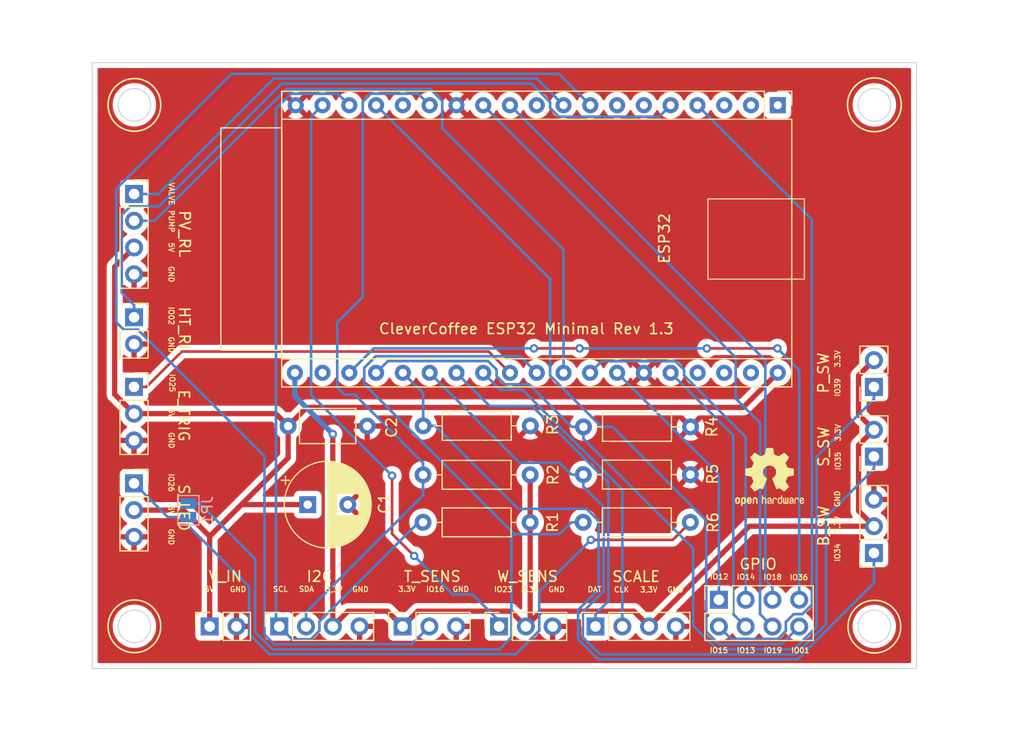
<source format=kicad_pcb>
(kicad_pcb (version 20211014) (generator pcbnew)
  (layers (0 "F.Cu" signal) (31 "B.Cu" signal) (34 "B.Paste" user) (35 "F.Paste" user) (36 "B.SilkS" user "B.Silkscreen") (37 "F.SilkS" user "F.Silkscreen") (38 "B.Mask" user) (39 "F.Mask" user) (44 "Edge.Cuts" user))
  (net 0 "")
  (net 1 "IO16")
  (net 2 "+3V3")
  (net 3 "GND")
  (net 4 "TDO")
  (net 5 "IO2")
  (net 6 "IO34")
  (net 7 "IO4")
  (net 9 "IO5")
  (net 10 "IO19")
  (net 11 "SDA")
  (net 12 "IO18")
  (net 13 "IO3")
  (net 14 "SCL")
  (net 15 "IO36")
  (net 16 "RST")
  (net 17 "IO1")
  (net 18 "IO39")
  (net 19 "IO35")
  (net 20 "IO25")
  (net 21 "IO26")
  (net 22 "TMS")
  (net 23 "TDI")
  (net 24 "TCK")
  (net 25 "+5V")
  (net 26 "IO23")
  (net 33 "VALVE")
  (net 34 "DAT")
  (net 35 "CLK")
  (net 36 "PUMP")
  (net 37 "Net-(JP1-Pad1)")
  (footprint "Connector_PinSocket_2.54mm:PinSocket_1x02_P2.54mm_Vertical" (layer "F.Cu") (at 103.77 99.16)
    (fp_text reference "HT_RL" (at 4.77 1.19 270 unlocked) (layer "F.SilkS"))
    (fp_text value "Conn_01x02")
    (pad "1" thru_hole rect locked (at 0 0) (size 1.7 1.7) (drill 1) (layers *.Cu *.Mask) (net 5 "IO2"))
    (pad "2" thru_hole oval locked (at 0 2.54) (size 1.7 1.7) (drill 1) (layers *.Cu *.Mask) (net 3 "GND"))
  )
  (footprint "Connector_PinSocket_2.54mm:PinSocket_1x02_P2.54mm_Vertical" (layer "F.Cu") (at 173.945 105.77 180)
    (fp_text reference "P_SW" (at 4.785 1.33 90) (layer "F.SilkS"))
    (fp_text value "Conn_01x02")
    (pad "1" thru_hole rect locked (at 0 0 180) (size 1.7 1.7) (drill 1) (layers *.Cu *.Mask) (net 18 "IO39"))
    (pad "2" thru_hole oval locked (at 0 2.54 180) (size 1.7 1.7) (drill 1) (layers *.Cu *.Mask) (net 2 "+3V3"))
  )
  (footprint "Connector_PinSocket_2.54mm:PinSocket_1x04_P2.54mm_Vertical" (layer "F.Cu") (at 103.77 87.455)
    (fp_text reference "PV_RL" (at 4.79 3.78 270 unlocked) (layer "F.SilkS"))
    (fp_text value "Conn_01x04")
    (pad "1" thru_hole rect locked (at 0 0) (size 1.7 1.7) (drill 1) (layers *.Cu *.Mask) (net 33 "VALVE"))
    (pad "2" thru_hole oval locked (at 0 2.54) (size 1.7 1.7) (drill 1) (layers *.Cu *.Mask) (net 36 "PUMP"))
    (pad "3" thru_hole oval locked (at 0 5.08) (size 1.7 1.7) (drill 1) (layers *.Cu *.Mask) (net 25 "+5V"))
    (pad "4" thru_hole oval locked (at 0 7.62) (size 1.7 1.7) (drill 1) (layers *.Cu *.Mask) (net 3 "GND"))
  )
  (footprint "Capacitor_THT:C_Axial_L5.1mm_D3.1mm_P7.50mm_Horizontal" (layer "F.Cu") (at 118.3827 109.48)
    (fp_text reference "C2" (at 9.81 0.14 90) (layer "F.SilkS"))
    (fp_text value "100 nF")
    (pad "1" thru_hole circle locked (at 0 0) (size 1.6 1.6) (drill 0.8) (layers *.Cu *.Mask) (net 25 "+5V"))
    (pad "2" thru_hole oval locked (at 7.5 0) (size 1.6 1.6) (drill 0.8) (layers *.Cu *.Mask) (net 3 "GND"))
  )
  (footprint "Resistor_THT:R_Axial_DIN0207_L6.3mm_D2.5mm_P10.16mm_Horizontal" (layer "F.Cu") (at 156.5527 109.56 180)
    (fp_text reference "R4" (at -2.02 0 90) (layer "F.SilkS"))
    (fp_text value "47K Ω")
    (pad "1" thru_hole circle locked (at 0 0 180) (size 1.6 1.6) (drill 0.8) (layers *.Cu *.Mask) (net 3 "GND"))
    (pad "2" thru_hole oval locked (at 10.16 0 180) (size 1.6 1.6) (drill 0.8) (layers *.Cu *.Mask) (net 18 "IO39"))
  )
  (footprint "Connector_PinSocket_2.54mm:PinSocket_1x03_P2.54mm_Vertical" (layer "F.Cu") (at 103.765 105.765)
    (fp_text reference "E_TRIG" (at 4.72 2.72 270 unlocked) (layer "F.SilkS"))
    (fp_text value "Conn_01x03")
    (pad "1" thru_hole rect locked (at 0 0) (size 1.7 1.7) (drill 1) (layers *.Cu *.Mask) (net 20 "IO25"))
    (pad "2" thru_hole oval locked (at 0 2.54) (size 1.7 1.7) (drill 1) (layers *.Cu *.Mask) (net 25 "+5V"))
    (pad "3" thru_hole oval locked (at 0 5.08) (size 1.7 1.7) (drill 1) (layers *.Cu *.Mask) (net 3 "GND"))
  )
  (footprint "Connector_PinSocket_2.54mm:PinSocket_1x04_P2.54mm_Vertical" (layer "F.Cu") (at 147.54 128.5 90)
    (fp_text reference "SCALE" (at 4.73 3.85) (layer "F.SilkS"))
    (fp_text value "Conn_01x04")
    (pad "1" thru_hole rect locked (at 0 0 90) (size 1.7 1.7) (drill 1) (layers *.Cu *.Mask) (net 34 "DAT"))
    (pad "2" thru_hole oval locked (at 0 2.54 90) (size 1.7 1.7) (drill 1) (layers *.Cu *.Mask) (net 35 "CLK"))
    (pad "3" thru_hole oval locked (at 0 5.08 90) (size 1.7 1.7) (drill 1) (layers *.Cu *.Mask) (net 2 "+3V3"))
    (pad "4" thru_hole oval locked (at 0 7.62 90) (size 1.7 1.7) (drill 1) (layers *.Cu *.Mask) (net 3 "GND"))
  )
  (footprint "Connector_PinSocket_2.54mm:PinSocket_2x04_P2.54mm_Vertical" (layer "F.Cu") (at 159.24 125.97 90)
    (fp_text reference "GPIO" (at 3.38 3.72 180) (layer "F.SilkS"))
    (fp_text value "Conn_02x04_Counter_Clockwise")
    (pad "1" thru_hole rect locked (at 0 0 90) (size 1.7 1.7) (drill 1) (layers *.Cu *.Mask) (net 23 "TDI"))
    (pad "2" thru_hole oval locked (at -2.54 0 90) (size 1.7 1.7) (drill 1) (layers *.Cu *.Mask) (net 4 "TDO"))
    (pad "3" thru_hole oval locked (at 0 2.54 90) (size 1.7 1.7) (drill 1) (layers *.Cu *.Mask) (net 22 "TMS"))
    (pad "4" thru_hole oval locked (at -2.54 2.54 90) (size 1.7 1.7) (drill 1) (layers *.Cu *.Mask) (net 24 "TCK"))
    (pad "5" thru_hole oval locked (at 0 5.08 90) (size 1.7 1.7) (drill 1) (layers *.Cu *.Mask) (net 12 "IO18"))
    (pad "6" thru_hole oval locked (at -2.54 5.08 90) (size 1.7 1.7) (drill 1) (layers *.Cu *.Mask) (net 10 "IO19"))
    (pad "7" thru_hole oval locked (at 0 7.62 90) (size 1.7 1.7) (drill 1) (layers *.Cu *.Mask) (net 15 "IO36"))
    (pad "8" thru_hole oval locked (at -2.54 7.62 90) (size 1.7 1.7) (drill 1) (layers *.Cu *.Mask) (net 17 "IO1"))
  )
  (footprint "Resistor_THT:R_Axial_DIN0207_L6.3mm_D2.5mm_P10.16mm_Horizontal" (layer "F.Cu") (at 131.18 118.62)
    (fp_text reference "R1" (at 12.28 0 90) (layer "F.SilkS"))
    (fp_text value "4K7 Ω")
    (pad "1" thru_hole circle locked (at 0 0) (size 1.6 1.6) (drill 0.8) (layers *.Cu *.Mask) (net 14 "SCL"))
    (pad "2" thru_hole oval locked (at 10.16 0) (size 1.6 1.6) (drill 0.8) (layers *.Cu *.Mask) (net 2 "+3V3"))
  )
  (footprint "Connector_PinSocket_2.54mm:PinSocket_1x03_P2.54mm_Vertical" (layer "F.Cu") (at 129.24 128.5 90)
    (fp_text reference "T_SENS" (at 4.74 2.82) (layer "F.SilkS"))
    (fp_text value "Conn_01x03")
    (pad "1" thru_hole rect locked (at 0 0 90) (size 1.7 1.7) (drill 1) (layers *.Cu *.Mask) (net 2 "+3V3"))
    (pad "2" thru_hole oval locked (at 0 2.54 90) (size 1.7 1.7) (drill 1) (layers *.Cu *.Mask) (net 1 "IO16"))
    (pad "3" thru_hole oval locked (at 0 5.08 90) (size 1.7 1.7) (drill 1) (layers *.Cu *.Mask) (net 3 "GND"))
  )
  (footprint "Resistor_THT:R_Axial_DIN0207_L6.3mm_D2.5mm_P10.16mm_Horizontal" (layer "F.Cu") (at 156.53 118.62 180)
    (fp_text reference "R6" (at -2.15 -0.02 90) (layer "F.SilkS"))
    (fp_text value "220 Ω")
    (pad "1" thru_hole circle locked (at 0 0 180) (size 1.6 1.6) (drill 0.8) (layers *.Cu *.Mask) (net 37 "Net-(JP1-Pad1)"))
    (pad "2" thru_hole oval locked (at 10.16 0 180) (size 1.6 1.6) (drill 0.8) (layers *.Cu *.Mask) (net 21 "IO26"))
  )
  (footprint "Resistor_THT:R_Axial_DIN0207_L6.3mm_D2.5mm_P10.16mm_Horizontal" (layer "F.Cu") (at 141.3527 109.46 180)
    (fp_text reference "R3" (at -2.12 0.1 270) (layer "F.SilkS"))
    (fp_text value "47K Ω")
    (pad "1" thru_hole circle locked (at 0 0 180) (size 1.6 1.6) (drill 0.8) (layers *.Cu *.Mask) (net 3 "GND"))
    (pad "2" thru_hole oval locked (at 10.16 0 180) (size 1.6 1.6) (drill 0.8) (layers *.Cu *.Mask) (net 6 "IO34"))
  )
  (footprint "Connector_PinSocket_2.54mm:PinSocket_1x02_P2.54mm_Vertical" (layer "F.Cu") (at 173.945 112.38 180)
    (fp_text reference "S_SW" (at 4.765 0.94 90) (layer "F.SilkS"))
    (fp_text value "Conn_01x02")
    (pad "1" thru_hole rect locked (at 0 0 180) (size 1.7 1.7) (drill 1) (layers *.Cu *.Mask) (net 19 "IO35"))
    (pad "2" thru_hole oval locked (at 0 2.54 180) (size 1.7 1.7) (drill 1) (layers *.Cu *.Mask) (net 2 "+3V3"))
  )
  (footprint "Connector_PinSocket_2.54mm:PinSocket_1x03_P2.54mm_Vertical" (layer "F.Cu") (at 138.39 128.5 90)
    (fp_text reference "W_SENS" (at 4.74 2.7) (layer "F.SilkS"))
    (fp_text value "Conn_01x03")
    (pad "1" thru_hole rect locked (at 0 0 90) (size 1.7 1.7) (drill 1) (layers *.Cu *.Mask) (net 26 "IO23"))
    (pad "2" thru_hole oval locked (at 0 2.54 90) (size 1.7 1.7) (drill 1) (layers *.Cu *.Mask) (net 2 "+3V3"))
    (pad "3" thru_hole oval locked (at 0 5.08 90) (size 1.7 1.7) (drill 1) (layers *.Cu *.Mask) (net 3 "GND"))
  )
  (footprint "Symbol:OSHW-Logo2_7.3x6mm_SilkScreen" (layer "F.Cu") (at 164.05 114.32)
    (fp_text reference "REF**" hide)
    (fp_text value "OSHW-Logo2_7.3x6mm_SilkScreen" hide)
  )
  (footprint "Connector_PinSocket_2.54mm:PinSocket_1x02_P2.54mm_Vertical" (layer "F.Cu") (at 110.94 128.5 90)
    (fp_text reference "V_IN" (at 4.75 1.49 unlocked) (layer "F.SilkS"))
    (fp_text value "Conn_01x02")
    (pad "1" thru_hole rect locked (at 0 0 90) (size 1.7 1.7) (drill 1) (layers *.Cu *.Mask) (net 25 "+5V"))
    (pad "2" thru_hole oval locked (at 0 2.54 90) (size 1.7 1.7) (drill 1) (layers *.Cu *.Mask) (net 3 "GND"))
  )
  (footprint "Connector_PinSocket_2.54mm:PinSocket_1x03_P2.54mm_Vertical" (layer "F.Cu") (at 173.945 121.53 180)
    (fp_text reference "B_SW" (at 4.77 2.57 90) (layer "F.SilkS"))
    (fp_text value "Conn_01x03")
    (pad "1" thru_hole rect locked (at 0 0 180) (size 1.7 1.7) (drill 1) (layers *.Cu *.Mask) (net 6 "IO34"))
    (pad "2" thru_hole oval locked (at 0 2.54 180) (size 1.7 1.7) (drill 1) (layers *.Cu *.Mask) (net 2 "+3V3"))
    (pad "3" thru_hole oval locked (at 0 5.08 180) (size 1.7 1.7) (drill 1) (layers *.Cu *.Mask) (net 3 "GND"))
  )
  (footprint "Connector_PinSocket_2.54mm:PinSocket_1x03_P2.54mm_Vertical" (layer "F.Cu") (at 103.765 114.92)
    (fp_text reference "S_LED" (at 4.725 2.31 270 unlocked) (layer "F.SilkS"))
    (fp_text value "Conn_01x03")
    (pad "1" thru_hole rect locked (at 0 0) (size 1.7 1.7) (drill 1) (layers *.Cu *.Mask) (net 37 "Net-(JP1-Pad1)"))
    (pad "2" thru_hole oval locked (at 0 2.54) (size 1.7 1.7) (drill 1) (layers *.Cu *.Mask) (net 25 "+5V"))
    (pad "3" thru_hole oval locked (at 0 5.08) (size 1.7 1.7) (drill 1) (layers *.Cu *.Mask) (net 3 "GND"))
  )
  (footprint "Module:NodeMCU DevKitC v4" (layer "F.Cu") (at 164.825 79.0275 -90)
    (fp_text reference "ESP32" (at 12.65 10.75 90) (layer "F.SilkS"))
    (fp_text value "NodeMCU_DevKitC_v4")
    (pad "1" thru_hole rect (at 0 0 270) (size 1.524 1.524) (drill 0.762) (layers *.Cu *.Mask))
    (pad "2" thru_hole circle (at 0 2.54 270) (size 1.524 1.524) (drill 0.762) (layers *.Cu *.Mask))
    (pad "3" thru_hole circle (at 0 5.08 270) (size 1.524 1.524) (drill 0.762) (layers *.Cu *.Mask))
    (pad "4" thru_hole circle (at 0 7.62 270) (size 1.524 1.524) (drill 0.762) (layers *.Cu *.Mask) (net 4 "TDO"))
    (pad "5" thru_hole circle (at 0 10.16 270) (size 1.524 1.524) (drill 0.762) (layers *.Cu *.Mask) (net 5 "IO2"))
    (pad "6" thru_hole circle (at 0 12.7 270) (size 1.524 1.524) (drill 0.762) (layers *.Cu *.Mask))
    (pad "7" thru_hole circle (at 0 15.24 270) (size 1.524 1.524) (drill 0.762) (layers *.Cu *.Mask) (net 7 "IO4"))
    (pad "8" thru_hole circle (at 0 17.78 270) (size 1.524 1.524) (drill 0.762) (layers *.Cu *.Mask) (net 1 "IO16"))
    (pad "9" thru_hole circle (at 0 20.32 270) (size 1.524 1.524) (drill 0.762) (layers *.Cu *.Mask) (net 33 "VALVE"))
    (pad "10" thru_hole circle (at 0 22.86 270) (size 1.524 1.524) (drill 0.762) (layers *.Cu *.Mask) (net 9 "IO5"))
    (pad "11" thru_hole circle (at 0 25.4 270) (size 1.524 1.524) (drill 0.762) (layers *.Cu *.Mask) (net 12 "IO18"))
    (pad "12" thru_hole circle (at 0 27.94 270) (size 1.524 1.524) (drill 0.762) (layers *.Cu *.Mask) (net 10 "IO19"))
    (pad "13" thru_hole circle (at 0 30.48 270) (size 1.524 1.524) (drill 0.762) (layers *.Cu *.Mask) (net 3 "GND"))
    (pad "14" thru_hole circle (at 0 33.02 270) (size 1.524 1.524) (drill 0.762) (layers *.Cu *.Mask) (net 11 "SDA"))
    (pad "15" thru_hole circle (at 0 35.56 270) (size 1.524 1.524) (drill 0.762) (layers *.Cu *.Mask) (net 13 "IO3"))
    (pad "16" thru_hole circle (at 0 38.1 270) (size 1.524 1.524) (drill 0.762) (layers *.Cu *.Mask) (net 17 "IO1"))
    (pad "17" thru_hole circle (at 0 40.64 270) (size 1.524 1.524) (drill 0.762) (layers *.Cu *.Mask) (net 14 "SCL"))
    (pad "18" thru_hole circle (at 0 43.18 270) (size 1.524 1.524) (drill 0.762) (layers *.Cu *.Mask) (net 26 "IO23"))
    (pad "19" thru_hole circle (at 0 45.72 270) (size 1.524 1.524) (drill 0.762) (layers *.Cu *.Mask) (net 3 "GND"))
    (pad "20" thru_hole circle (at 25.4 45.8 270) (size 1.524 1.524) (drill 0.762) (layers *.Cu *.Mask) (net 2 "+3V3"))
    (pad "21" thru_hole circle (at 25.4 43.18 270) (size 1.524 1.524) (drill 0.762) (layers *.Cu *.Mask) (net 16 "RST"))
    (pad "22" thru_hole circle (at 25.4 40.64 270) (size 1.524 1.524) (drill 0.762) (layers *.Cu *.Mask) (net 15 "IO36"))
    (pad "23" thru_hole circle (at 25.4 38.1 270) (size 1.524 1.524) (drill 0.762) (layers *.Cu *.Mask) (net 18 "IO39"))
    (pad "24" thru_hole circle (at 25.4 35.56 270) (size 1.524 1.524) (drill 0.762) (layers *.Cu *.Mask) (net 6 "IO34"))
    (pad "25" thru_hole circle (at 25.4 33.02 270) (size 1.524 1.524) (drill 0.762) (layers *.Cu *.Mask) (net 19 "IO35"))
    (pad "26" thru_hole circle (at 25.4 30.48 270) (size 1.524 1.524) (drill 0.762) (layers *.Cu *.Mask) (net 34 "DAT"))
    (pad "27" thru_hole circle (at 25.4 27.94 270) (size 1.524 1.524) (drill 0.762) (layers *.Cu *.Mask) (net 35 "CLK"))
    (pad "28" thru_hole circle (at 25.4 25.4 270) (size 1.524 1.524) (drill 0.762) (layers *.Cu *.Mask) (net 20 "IO25"))
    (pad "29" thru_hole circle (at 25.4 22.86 270) (size 1.524 1.524) (drill 0.762) (layers *.Cu *.Mask) (net 21 "IO26"))
    (pad "30" thru_hole circle (at 25.4 20.32 270) (size 1.524 1.524) (drill 0.762) (layers *.Cu *.Mask) (net 36 "PUMP"))
    (pad "31" thru_hole circle (at 25.4 17.8 270) (size 1.524 1.524) (drill 0.762) (layers *.Cu *.Mask) (net 22 "TMS"))
    (pad "32" thru_hole circle (at 25.4 15.24 270) (size 1.524 1.524) (drill 0.762) (layers *.Cu *.Mask) (net 23 "TDI"))
    (pad "33" thru_hole circle (at 25.4 12.7 270) (size 1.524 1.524) (drill 0.762) (layers *.Cu *.Mask) (net 3 "GND"))
    (pad "34" thru_hole circle (at 25.4 10.16 270) (size 1.524 1.524) (drill 0.762) (layers *.Cu *.Mask) (net 24 "TCK"))
    (pad "35" thru_hole circle (at 25.4 7.6 270) (size 1.524 1.524) (drill 0.762) (layers *.Cu *.Mask))
    (pad "36" thru_hole circle (at 25.4 5.08 270) (size 1.524 1.524) (drill 0.762) (layers *.Cu *.Mask))
    (pad "37" thru_hole circle (at 25.4 2.54 270) (size 1.524 1.524) (drill 0.762) (layers *.Cu *.Mask))
    (pad "38" thru_hole circle (at 25.4 0 270) (size 1.524 1.524) (drill 0.762) (layers *.Cu *.Mask) (net 25 "+5V"))
  )
  (footprint "Resistor_THT:R_Axial_DIN0207_L6.3mm_D2.5mm_P10.16mm_Horizontal" (layer "F.Cu") (at 156.54 114.09 180)
    (fp_text reference "R5" (at -2.1 0.05 90) (layer "F.SilkS"))
    (fp_text value "47K Ω")
    (pad "1" thru_hole circle locked (at 0 0 180) (size 1.6 1.6) (drill 0.8) (layers *.Cu *.Mask) (net 3 "GND"))
    (pad "2" thru_hole oval locked (at 10.16 0 180) (size 1.6 1.6) (drill 0.8) (layers *.Cu *.Mask) (net 19 "IO35"))
  )
  (footprint "Capacitor_THT:CP_Radial_D8.0mm_P3.80mm" (layer "F.Cu") (at 120.24 116.94)
    (fp_text reference "C1" (at 7.25 -0.11 90) (layer "F.SilkS"))
    (fp_text value "220 μF")
    (pad "1" thru_hole rect locked (at 0 0) (size 1.6 1.6) (drill 0.8) (layers *.Cu *.Mask) (net 25 "+5V"))
    (pad "2" thru_hole circle locked (at 3.8 0) (size 1.6 1.6) (drill 0.8) (layers *.Cu *.Mask) (net 3 "GND"))
  )
  (footprint "Connector_PinSocket_2.54mm:PinSocket_1x04_P2.54mm_Vertical" (layer "F.Cu") (at 117.54 128.5 90)
    (fp_text reference "I2C" (at 4.74 3.82) (layer "F.SilkS"))
    (fp_text value "Conn_01x04")
    (pad "1" thru_hole rect locked (at 0 0 90) (size 1.7 1.7) (drill 1) (layers *.Cu *.Mask) (net 14 "SCL"))
    (pad "2" thru_hole oval locked (at 0 2.54 90) (size 1.7 1.7) (drill 1) (layers *.Cu *.Mask) (net 11 "SDA"))
    (pad "3" thru_hole oval locked (at 0 5.08 90) (size 1.7 1.7) (drill 1) (layers *.Cu *.Mask) (net 2 "+3V3"))
    (pad "4" thru_hole oval locked (at 0 7.62 90) (size 1.7 1.7) (drill 1) (layers *.Cu *.Mask) (net 3 "GND"))
  )
  (footprint "Resistor_THT:R_Axial_DIN0207_L6.3mm_D2.5mm_P10.16mm_Horizontal" (layer "F.Cu") (at 131.18 114.11)
    (fp_text reference "R2" (at 12.33 0 90) (layer "F.SilkS"))
    (fp_text value "4K7 Ω")
    (pad "1" thru_hole circle locked (at 0 0) (size 1.6 1.6) (drill 0.8) (layers *.Cu *.Mask) (net 11 "SDA"))
    (pad "2" thru_hole oval locked (at 10.16 0) (size 1.6 1.6) (drill 0.8) (layers *.Cu *.Mask) (net 2 "+3V3"))
  )
  (footprint "Jumper:SolderJumper-2_P1.3mm_Open_Pad1.0x1.5mm" (layer "B.Cu") (at 108.92 117.48 90)
    (fp_text reference "JP1" (at 0 1.8 90) (layer "B.SilkS") (effects (justify mirror)))
    (fp_text value "SolderJumper_2_Open")
    (pad "1" smd rect locked (at -0.65 0 90) (size 1 1.5) (layers "B.Cu" "B.Mask") (net 37 "Net-(JP1-Pad1)"))
    (pad "2" smd rect locked (at 0.65 0 90) (size 1 1.5) (layers "B.Cu" "B.Mask") (net 21 "IO26"))
  )
  (gr_circle (center 173.99 128.52) (end 173.99 126.02) (layer "F.SilkS") (width 0.15) (fill none))
  (gr_circle (center 103.8 79) (end 103.8 76.5) (layer "F.SilkS") (width 0.15) (fill none))
  (gr_circle (center 103.8 128.49) (end 103.8 125.99) (layer "F.SilkS") (width 0.15) (fill none))
  (gr_circle (center 173.99 78.99) (end 174.04 76.44) (layer "F.SilkS") (width 0.15) (fill none))
  (gr_circle (center 103.8 78.99) (end 105.35 78.99) (layer "Edge.Cuts") (width 0.1) (fill none))
  (gr_circle (center 173.98 128.5) (end 175.53 128.5) (layer "Edge.Cuts") (width 0.1) (fill none))
  (gr_rect (start 99.8 74.99) (end 177.98 132.49) (layer "Edge.Cuts") (width 0.1) (fill none))
  (gr_circle (center 173.99 79) (end 175.54 79) (layer "Edge.Cuts") (width 0.1) (fill none))
  (gr_circle (center 103.8 128.49) (end 105.35 128.49) (layer "Edge.Cuts") (width 0.1) (fill none))
  (gr_text "IO15\n" (at 159.24 130.77) (layer "F.SilkS") (effects (font (size 0.5 0.5) (thickness 0.1))))
  (gr_text "GND" (at 107.31 110.84 270) (layer "F.SilkS") (effects (font (size 0.5 0.5) (thickness 0.1))))
  (gr_text "5V" (at 107.29 117.49 270) (layer "F.SilkS") (effects (font (size 0.5 0.5) (thickness 0.1))))
  (gr_text "PUMP" (at 107.32 90.05 270) (layer "F.SilkS") (effects (font (size 0.5 0.5) (thickness 0.1))))
  (gr_text "3.3V\n" (at 170.49 118.85 90) (layer "F.SilkS") (effects (font (size 0.5 0.5) (thickness 0.1))))
  (gr_text "IO25" (at 107.38 105.39 270) (layer "F.SilkS") (effects (font (size 0.5 0.5) (thickness 0.1))))
  (gr_text "3.3V\n" (at 170.54 110.12 90) (layer "F.SilkS") (effects (font (size 0.5 0.5) (thickness 0.1))))
  (gr_text "3,3V" (at 152.6 125.01) (layer "F.SilkS") (effects (font (size 0.5 0.5) (thickness 0.1))))
  (gr_text "IO13" (at 161.81 130.77) (layer "F.SilkS") (effects (font (size 0.5 0.5) (thickness 0.1))))
  (gr_text "IO14" (at 161.81 123.8) (layer "F.SilkS") (effects (font (size 0.5 0.5) (thickness 0.1))))
  (gr_text "GND" (at 155.11 125.02) (layer "F.SilkS") (effects (font (size 0.5 0.5) (thickness 0.1))))
  (gr_text "IO01\n" (at 166.97 130.78) (layer "F.SilkS") (effects (font (size 0.5 0.5) (thickness 0.1))))
  (gr_text "3.3V\n" (at 129.65 124.96) (layer "F.SilkS") (effects (font (size 0.5 0.5) (thickness 0.1))))
  (gr_text "GND" (at 107.3 101.76 270) (layer "F.SilkS") (effects (font (size 0.5 0.5) (thickness 0.1))))
  (gr_text "GND" (at 113.63 124.98) (layer "F.SilkS") (effects (font (size 0.5 0.5) (thickness 0.1))))
  (gr_text "CleverCoffee ESP32 Minimal Rev 1.3" (at 140.98 100.25) (layer "F.SilkS") (effects (font (size 1 1))))
  (gr_text "IO39\n" (at 170.5 105.82 90) (layer "F.SilkS") (effects (font (size 0.5 0.5) (thickness 0.1))))
  (gr_text "GND" (at 107.29 120.01 270) (layer "F.SilkS") (effects (font (size 0.5 0.5) (thickness 0.1))))
  (gr_text "GND" (at 107.3 95.07 270) (layer "F.SilkS") (effects (font (size 0.5 0.5) (thickness 0.1))))
  (gr_text "3.3V\n" (at 141.31 124.99) (layer "F.SilkS") (effects (font (size 0.5 0.5) (thickness 0.1))))
  (gr_text "IO16\n" (at 132.34 124.97) (layer "F.SilkS") (effects (font (size 0.5 0.5) (thickness 0.1))))
  (gr_text "SCL\n" (at 117.65 124.96) (layer "F.SilkS") (effects (font (size 0.5 0.5) (thickness 0.1))))
  (gr_text "GND" (at 125.24 124.98) (layer "F.SilkS") (effects (font (size 0.5 0.5) (thickness 0.1))))
  (gr_text "CLK" (at 150.01 125.01) (layer "F.SilkS") (effects (font (size 0.5 0.5) (thickness 0.1))))
  (gr_text "IO34\n" (at 170.49 121.49 90) (layer "F.SilkS") (effects (font (size 0.5 0.5) (thickness 0.1))))
  (gr_text "GND" (at 143.84 124.99) (layer "F.SilkS") (effects (font (size 0.5 0.5) (thickness 0.1))))
  (gr_text "5V" (at 107.31 108.24 270) (layer "F.SilkS") (effects (font (size 0.5 0.5) (thickness 0.1))))
  (gr_text "IO12\n" (at 159.27 123.79) (layer "F.SilkS") (effects (font (size 0.5 0.5) (thickness 0.1))))
  (gr_text "3,3V" (at 122.72 124.99) (layer "F.SilkS") (effects (font (size 0.5 0.5) (thickness 0.1))))
  (gr_text "IO18\n" (at 164.34 123.82) (layer "F.SilkS") (effects (font (size 0.5 0.5) (thickness 0.1))))
  (gr_text "IO02\n" (at 107.3 99.02 270) (layer "F.SilkS") (effects (font (size 0.5 0.5) (thickness 0.1))))
  (gr_text "GND" (at 170.48 116.39 90) (layer "F.SilkS") (effects (font (size 0.5 0.5) (thickness 0.1))))
  (gr_text "SDA" (at 120.12 124.96) (layer "F.SilkS") (effects (font (size 0.5 0.5) (thickness 0.1))))
  (gr_text "VALVE" (at 107.32 87.44 270) (layer "F.SilkS") (effects (font (size 0.5 0.5) (thickness 0.1))))
  (gr_text "IO35\n" (at 170.54 112.8 90) (layer "F.SilkS") (effects (font (size 0.5 0.5) (thickness 0.1))))
  (gr_text "IO36\n\n" (at 166.83 124.25) (layer "F.SilkS") (effects (font (size 0.5 0.5) (thickness 0.1))))
  (gr_text "DAT" (at 147.46 124.99) (layer "F.SilkS") (effects (font (size 0.5 0.5) (thickness 0.1))))
  (gr_text "GND" (at 134.76 124.97) (layer "F.SilkS") (effects (font (size 0.5 0.5) (thickness 0.1))))
  (gr_text "3.3V\n" (at 170.5 103.1 90) (layer "F.SilkS") (effects (font (size 0.5 0.5) (thickness 0.1))))
  (gr_text "IO23\n\n" (at 138.79 125.39) (layer "F.SilkS") (effects (font (size 0.5 0.5) (thickness 0.1))))
  (gr_text "IO26\n" (at 107.29 114.86 270) (layer "F.SilkS") (effects (font (size 0.5 0.5) (thickness 0.1))))
  (gr_text "5V" (at 107.3 92.52 270) (layer "F.SilkS") (effects (font (size 0.5 0.5) (thickness 0.1))))
  (gr_text "IO19\n" (at 164.36 130.77) (layer "F.SilkS") (effects (font (size 0.5 0.5) (thickness 0.1))))
  (gr_text "5V" (at 110.89 124.98) (layer "F.SilkS") (effects (font (size 0.5 0.5) (thickness 0.1))))
  (segment (start 113.00757 76.04673) (end 102.0812 86.9731) (width 0.25) (layer "B.Cu") (net 1))
  (segment (start 144.06423 76.04673) (end 113.00757 76.04673) (width 0.25) (layer "B.Cu") (net 1))
  (segment (start 104.1372 100.3354) (end 116.1412 112.3394) (width 0.25) (layer "B.Cu") (net 1))
  (segment (start 147.045 79.0275) (end 144.06423 76.04673) (width 0.25) (layer "B.Cu") (net 1))
  (segment (start 116.1412 112.3394) (end 116.1412 129.2753) (width 0.25) (layer "B.Cu") (net 1))
  (segment (start 116.1412 129.2753) (end 117.0449 130.179) (width 0.25) (layer "B.Cu") (net 1))
  (segment (start 117.0449 130.179) (end 130.101 130.179) (width 0.25) (layer "B.Cu") (net 1))
  (segment (start 130.101 130.179) (end 131.78 128.5) (width 0.25) (layer "B.Cu") (net 1))
  (segment (start 102.0812 86.9731) (end 102.0812 99.6313) (width 0.25) (layer "B.Cu") (net 1))
  (segment (start 102.7853 100.3354) (end 104.1372 100.3354) (width 0.25) (layer "B.Cu") (net 1))
  (segment (start 102.0812 99.6313) (end 102.7853 100.3354) (width 0.25) (layer "B.Cu") (net 1))
  (segment (start 141.34 118.62) (end 141.34 114.11) (width 0.5) (layer "F.Cu") (net 2))
  (segment (start 129.24 128.5) (end 130.69 127.05) (width 0.5) (layer "F.Cu") (net 2))
  (segment (start 141.34 128.09) (end 140.93 128.5) (width 0.5) (layer "F.Cu") (net 2))
  (segment (start 129.24 128.5) (end 127.79 127.05) (width 0.5) (layer "F.Cu") (net 2))
  (segment (start 162.13 118.99) (end 173.945 118.99) (width 0.5) (layer "F.Cu") (net 2))
  (segment (start 122.62 128.5) (end 122.62 110.24) (width 0.5) (layer "F.Cu") (net 2))
  (segment (start 141.34 118.62) (end 141.34 128.09) (width 0.5) (layer "F.Cu") (net 2))
  (segment (start 172.49 104.685) (end 173.945 103.23) (width 0.5) (layer "F.Cu") (net 2))
  (segment (start 173.945 109.84) (end 172.49 108.385) (width 0.5) (layer "F.Cu") (net 2))
  (segment (start 124.07 127.05) (end 122.62 128.5) (width 0.5) (layer "F.Cu") (net 2))
  (segment (start 152.62 128.5) (end 162.13 118.99) (width 0.5) (layer "F.Cu") (net 2))
  (segment (start 140.93 128.5) (end 142.38 127.05) (width 0.5) (layer "F.Cu") (net 2))
  (segment (start 130.69 127.05) (end 139.48 127.05) (width 0.5) (layer "F.Cu") (net 2))
  (segment (start 139.48 127.05) (end 140.93 128.5) (width 0.5) (layer "F.Cu") (net 2))
  (segment (start 172.49 108.385) (end 172.49 104.685) (width 0.5) (layer "F.Cu") (net 2))
  (segment (start 172.49 117.535) (end 172.49 111.295) (width 0.5) (layer "F.Cu") (net 2))
  (segment (start 172.49 111.295) (end 173.945 109.84) (width 0.5) (layer "F.Cu") (net 2))
  (segment (start 151.17 127.05) (end 152.62 128.5) (width 0.5) (layer "F.Cu") (net 2))
  (segment (start 127.79 127.05) (end 124.07 127.05) (width 0.5) (layer "F.Cu") (net 2))
  (segment (start 142.38 127.05) (end 151.17 127.05) (width 0.5) (layer "F.Cu") (net 2))
  (segment (start 173.945 118.99) (end 172.49 117.535) (width 0.5) (layer "F.Cu") (net 2))
  (via (at 122.62 110.24) (size 0.8) (drill 0.4) (layers "F.Cu" "B.Cu") (net 2))
  (segment (start 122.62 110.24) (end 119.025 106.645) (width 0.5) (layer "B.Cu") (net 2))
  (segment (start 119.025 104.428) (end 119.025 104.4275) (width 0.5) (layer "B.Cu") (net 2))
  (segment (start 119.025 106.645) (end 119.025 104.428) (width 0.5) (layer "B.Cu") (net 2))
  (segment (start 164.8356 129.6853) (end 165.59 128.9309) (width 0.25) (layer "B.Cu") (net 4))
  (segment (start 165.59 128.079) (end 166.3344 127.3346) (width 0.25) (layer "B.Cu") (net 4))
  (segment (start 168.0613 126.4312) (end 168.0613 89.8838) (width 0.25) (layer "B.Cu") (net 4))
  (segment (start 167.1579 127.3346) (end 168.0613 126.4312) (width 0.25) (layer "B.Cu") (net 4))
  (segment (start 166.3344 127.3346) (end 167.1579 127.3346) (width 0.25) (layer "B.Cu") (net 4))
  (segment (start 165.59 128.9309) (end 165.59 128.079) (width 0.25) (layer "B.Cu") (net 4))
  (segment (start 159.24 128.51) (end 160.4153 129.6853) (width 0.25) (layer "B.Cu") (net 4))
  (segment (start 168.0613 89.8838) (end 157.205 79.0275) (width 0.25) (layer "B.Cu") (net 4))
  (segment (start 160.4153 129.6853) (end 164.8356 129.6853) (width 0.25) (layer "B.Cu") (net 4))
  (segment (start 103.77 97.9847) (end 103.77 99.16) (width 0.25) (layer "B.Cu") (net 5))
  (segment (start 143.235 79.3079) (end 143.235 78.737) (width 0.25) (layer "B.Cu") (net 5))
  (segment (start 117.7654 76.9754) (end 106.1104 88.6304) (width 0.25) (layer "B.Cu") (net 5))
  (segment (start 153.5748 80.1177) (end 144.0448 80.1177) (width 0.25) (layer "B.Cu") (net 5))
  (segment (start 103.4071 88.6304) (end 102.5947 89.4428) (width 0.25) (layer "B.Cu") (net 5))
  (segment (start 154.665 79.0275) (end 153.5748 80.1177) (width 0.25) (layer "B.Cu") (net 5))
  (segment (start 102.5947 96.8094) (end 103.77 97.9847) (width 0.25) (layer "B.Cu") (net 5))
  (segment (start 141.4734 76.9754) (end 117.7654 76.9754) (width 0.25) (layer "B.Cu") (net 5))
  (segment (start 106.1104 88.6304) (end 103.4071 88.6304) (width 0.25) (layer "B.Cu") (net 5))
  (segment (start 144.0448 80.1177) (end 143.235 79.3079) (width 0.25) (layer "B.Cu") (net 5))
  (segment (start 102.5947 89.4428) (end 102.5947 96.8094) (width 0.25) (layer "B.Cu") (net 5))
  (segment (start 143.235 78.737) (end 141.4734 76.9754) (width 0.25) (layer "B.Cu") (net 5))
  (segment (start 145.8838 129.7102) (end 147.7751 131.6015) (width 0.25) (layer "B.Cu") (net 6))
  (segment (start 131.1927 106.3552) (end 131.1927 109.46) (width 0.25) (layer "B.Cu") (net 6))
  (segment (start 132.318 109.46) (end 140.1934 117.3354) (width 0.25) (layer "B.Cu") (net 6))
  (segment (start 145.8838 126.945) (end 145.8838 129.7102) (width 0.25) (layer "B.Cu") (net 6))
  (segment (start 129.265 104.4275) (end 131.1927 106.3552) (width 0.25) (layer "B.Cu") (net 6))
  (segment (start 140.1934 117.3354) (end 146.682 117.3354) (width 0.25) (layer "B.Cu") (net 6))
  (segment (start 147.8274 125.0014) (end 145.8838 126.945) (width 0.25) (layer "B.Cu") (net 6))
  (segment (start 166.7268 131.6015) (end 173.945 124.3833) (width 0.25) (layer "B.Cu") (net 6))
  (segment (start 147.8274 118.4808) (end 147.8274 125.0014) (width 0.25) (layer "B.Cu") (net 6))
  (segment (start 131.1927 109.46) (end 132.318 109.46) (width 0.25) (layer "B.Cu") (net 6))
  (segment (start 173.945 124.3833) (end 173.945 121.53) (width 0.25) (layer "B.Cu") (net 6))
  (segment (start 147.7751 131.6015) (end 166.7268 131.6015) (width 0.25) (layer "B.Cu") (net 6))
  (segment (start 146.682 117.3354) (end 147.8274 118.4808) (width 0.25) (layer "B.Cu") (net 6))
  (segment (start 164.32 128.51) (end 163.1447 127.3347) (width 0.25) (layer "B.Cu") (net 10))
  (segment (start 160.8324 102.9749) (end 136.885 79.0275) (width 0.25) (layer "B.Cu") (net 10))
  (segment (start 163.1447 127.3347) (end 163.1447 109.1802) (width 0.25) (layer "B.Cu") (net 10))
  (segment (start 160.8324 106.8679) (end 160.8324 102.9749) (width 0.25) (layer "B.Cu") (net 10))
  (segment (start 163.1447 109.1802) (end 160.8324 106.8679) (width 0.25) (layer "B.Cu") (net 10))
  (segment (start 123.04 99.646) (end 125.455 97.231) (width 0.25) (layer "B.Cu") (net 11))
  (segment (start 131.18 112.98) (end 124.69 106.49) (width 0.25) (layer "B.Cu") (net 11))
  (segment (start 120.08 127.17) (end 131.18 116.07) (width 0.25) (layer "B.Cu") (net 11))
  (segment (start 125.455 97.231) (end 125.455 78.7051) (width 0.25) (layer "B.Cu") (net 11))
  (segment (start 125.455 78.7051) (end 126.2242 77.9359) (width 0.25) (layer "B.Cu") (net 11))
  (segment (start 126.2242 77.9359) (end 130.7134 77.9359) (width 0.25) (layer "B.Cu") (net 11))
  (segment (start 123.7 106.49) (end 123.04 105.83) (width 0.25) (layer "B.Cu") (net 11))
  (segment (start 130.7134 77.9359) (end 131.805 79.0275) (width 0.25) (layer "B.Cu") (net 11))
  (segment (start 131.18 116.07) (end 131.18 114.11) (width 0.25) (layer "B.Cu") (net 11))
  (segment (start 123.04 105.83) (end 123.04 99.646) (width 0.25) (layer "B.Cu") (net 11))
  (segment (start 124.69 106.49) (end 123.7 106.49) (width 0.25) (layer "B.Cu") (net 11))
  (segment (start 131.18 114.11) (end 131.18 112.98) (width 0.25) (layer "B.Cu") (net 11))
  (segment (start 120.08 128.5) (end 120.08 127.17) (width 0.25) (layer "B.Cu") (net 11))
  (segment (start 139.425 79.0275) (end 163.6467 103.2492) (width 0.25) (layer "B.Cu") (net 12))
  (segment (start 164.32 125.97) (end 164.32 124.7947) (width 0.25) (layer "B.Cu") (net 12))
  (segment (start 163.6467 124.1214) (end 164.32 124.7947) (width 0.25) (layer "B.Cu") (net 12))
  (segment (start 163.6467 103.2492) (end 163.6467 124.1214) (width 0.25) (layer "B.Cu") (net 12))
  (segment (start 118.639011 77.940989) (end 117.2294 79.3506) (width 0.25) (layer "B.Cu") (net 14))
  (segment (start 120.5346 129.7226) (end 121.35 128.9072) (width 0.25) (layer "B.Cu") (net 14))
  (segment (start 117.2294 79.3506) (end 117.2294 128.0424) (width 0.25) (layer "B.Cu") (net 14))
  (segment (start 121.35 128.0279) (end 130.7579 118.62) (width 0.25) (layer "B.Cu") (net 14))
  (segment (start 123.098489 77.940989) (end 118.639011 77.940989) (width 0.25) (layer "B.Cu") (net 14))
  (segment (start 118.7626 129.7226) (end 117.54 128.5) (width 0.25) (layer "B.Cu") (net 14))
  (segment (start 124.185 79.0275) (end 123.098489 77.940989) (width 0.25) (layer "B.Cu") (net 14))
  (segment (start 121.35 128.9072) (end 121.35 128.0279) (width 0.25) (layer "B.Cu") (net 14))
  (segment (start 119.5706 129.7226) (end 120.5346 129.7226) (width 0.25) (layer "B.Cu") (net 14))
  (segment (start 117.2294 128.0424) (end 117.687 128.5) (width 0.25) (layer "B.Cu") (net 14))
  (segment (start 119.5706 129.7226) (end 118.7626 129.7226) (width 0.25) (layer "B.Cu") (net 14))
  (segment (start 130.7579 118.62) (end 131.18 118.62) (width 0.25) (layer "B.Cu") (net 14))
  (segment (start 117.687 128.5) (end 117.54 128.5) (width 0.25) (layer "B.Cu") (net 14))
  (segment (start 141.7 102.11) (end 146.03 102.11) (width 0.25) (layer "F.Cu") (net 15))
  (segment (start 158.1 102.11) (end 164.79 102.11) (width 0.25) (layer "F.Cu") (net 15))
  (via (at 164.79 102.11) (size 0.8) (drill 0.4) (layers "F.Cu" "B.Cu") (net 15))
  (via (at 146.03 102.11) (size 0.8) (drill 0.4) (layers "F.Cu" "B.Cu") (net 15))
  (via (at 141.7 102.11) (size 0.8) (drill 0.4) (layers "F.Cu" "B.Cu") (net 15))
  (via (at 158.1 102.11) (size 0.8) (drill 0.4) (layers "F.Cu" "B.Cu") (net 15))
  (segment (start 146.03 102.11) (end 158.1 102.11) (width 0.25) (layer "B.Cu") (net 15))
  (segment (start 166.86 104.18) (end 166.86 125.97) (width 0.25) (layer "B.Cu") (net 15))
  (segment (start 126.5025 102.11) (end 141.7 102.11) (width 0.25) (layer "B.Cu") (net 15))
  (segment (start 124.185 104.4275) (end 126.5025 102.11) (width 0.25) (layer "B.Cu") (net 15))
  (segment (start 164.79 102.11) (end 166.86 104.18) (width 0.25) (layer "B.Cu") (net 15))
  (segment (start 158.0411 118.452) (end 149.1491 109.56) (width 0.25) (layer "B.Cu") (net 17))
  (segment (start 159.2286 130.1837) (end 158.0411 128.9962) (width 0.25) (layer "B.Cu") (net 17))
  (segment (start 165.1863 130.1837) (end 159.2286 130.1837) (width 0.25) (layer "B.Cu") (net 17))
  (segment (start 143.235 104.6954) (end 143.235 95.5375) (width 0.25) (layer "B.Cu") (net 17))
  (segment (start 143.235 95.5375) (end 126.725 79.0275) (width 0.25) (layer "B.Cu") (net 17))
  (segment (start 149.1491 109.56) (end 148.0996 109.56) (width 0.25) (layer "B.Cu") (net 17))
  (segment (start 158.0411 128.9962) (end 158.0411 118.452) (width 0.25) (layer "B.Cu") (net 17))
  (segment (start 148.0996 109.56) (end 143.235 104.6954) (width 0.25) (layer "B.Cu") (net 17))
  (segment (start 166.86 128.51) (end 165.1863 130.1837) (width 0.25) (layer "B.Cu") (net 17))
  (segment (start 146.3927 109.56) (end 146.3927 110.6853) (width 0.25) (layer "B.Cu") (net 18))
  (segment (start 137.3463 103.3164) (end 138.155 104.1251) (width 0.25) (layer "B.Cu") (net 18))
  (segment (start 173.945 105.77) (end 173.945 106.9453) (width 0.25) (layer "B.Cu") (net 18))
  (segment (start 156.8037 121.0963) (end 156.8037 128.4281) (width 0.25) (layer "B.Cu") (net 18))
  (segment (start 146.3927 110.6853) (end 156.8037 121.0963) (width 0.25) (layer "B.Cu") (net 18))
  (segment (start 168.5116 112.3787) (end 173.945 106.9453) (width 0.25) (layer "B.Cu") (net 18))
  (segment (start 138.155 104.1251) (end 138.155 104.7422) (width 0.25) (layer "B.Cu") (net 18))
  (segment (start 126.725 104.4275) (end 127.8361 103.3164) (width 0.25) (layer "B.Cu") (net 18))
  (segment (start 168.5116 128.5322) (end 168.5116 112.3787) (width 0.25) (layer "B.Cu") (net 18))
  (segment (start 138.155 104.7422) (end 138.9316 105.5188) (width 0.25) (layer "B.Cu") (net 18))
  (segment (start 141.2262 105.5188) (end 145.2674 109.56) (width 0.25) (layer "B.Cu") (net 18))
  (segment (start 166.3749 130.6689) (end 168.5116 128.5322) (width 0.25) (layer "B.Cu") (net 18))
  (segment (start 127.8361 103.3164) (end 137.3463 103.3164) (width 0.25) (layer "B.Cu") (net 18))
  (segment (start 159.0445 130.6689) (end 166.3749 130.6689) (width 0.25) (layer "B.Cu") (net 18))
  (segment (start 138.9316 105.5188) (end 141.2262 105.5188) (width 0.25) (layer "B.Cu") (net 18))
  (segment (start 156.8037 128.4281) (end 159.0445 130.6689) (width 0.25) (layer "B.Cu") (net 18))
  (segment (start 146.3927 109.56) (end 145.2674 109.56) (width 0.25) (layer "B.Cu") (net 18))
  (segment (start 146.38 114.09) (end 145.2547 114.09) (width 0.25) (layer "B.Cu") (net 19))
  (segment (start 166.5402 131.1512) (end 169.3933 128.2981) (width 0.25) (layer "B.Cu") (net 19))
  (segment (start 169.3933 118.107) (end 173.945 113.5553) (width 0.25) (layer "B.Cu") (net 19))
  (segment (start 140.3422 112.9647) (end 131.805 104.4275) (width 0.25) (layer "B.Cu") (net 19))
  (segment (start 173.945 112.38) (end 173.945 113.5553) (width 0.25) (layer "B.Cu") (net 19))
  (segment (start 144.1294 112.9647) (end 140.3422 112.9647) (width 0.25) (layer "B.Cu") (net 19))
  (segment (start 148.3055 117.1408) (end 148.3055 125.1602) (width 0.25) (layer "B.Cu") (net 19))
  (segment (start 146.38 114.09) (end 146.38 115.2153) (width 0.25) (layer "B.Cu") (net 19))
  (segment (start 146.38 115.2153) (end 148.3055 117.1408) (width 0.25) (layer "B.Cu") (net 19))
  (segment (start 169.3933 128.2981) (end 169.3933 118.107) (width 0.25) (layer "B.Cu") (net 19))
  (segment (start 147.9617 131.1512) (end 166.5402 131.1512) (width 0.25) (layer "B.Cu") (net 19))
  (segment (start 145.2547 114.09) (end 144.1294 112.9647) (width 0.25) (layer "B.Cu") (net 19))
  (segment (start 148.3055 125.1602) (end 146.3341 127.1316) (width 0.25) (layer "B.Cu") (net 19))
  (segment (start 146.3341 127.1316) (end 146.3341 129.5236) (width 0.25) (layer "B.Cu") (net 19))
  (segment (start 146.3341 129.5236) (end 147.9617 131.1512) (width 0.25) (layer "B.Cu") (net 19))
  (segment (start 137.4075 102.41) (end 108.2953 102.41) (width 0.25) (layer "F.Cu") (net 20))
  (segment (start 108.2953 102.41) (end 104.9403 105.765) (width 0.25) (layer "F.Cu") (net 20))
  (segment (start 104.9403 105.765) (end 103.765 105.765) (width 0.25) (layer "F.Cu") (net 20))
  (segment (start 139.425 104.4275) (end 137.4075 102.41) (width 0.25) (layer "F.Cu") (net 20))
  (segment (start 144.1193 119.7454) (end 145.2447 118.62) (width 0.25) (layer "B.Cu") (net 21))
  (segment (start 139.8405 119.7454) (end 144.1193 119.7454) (width 0.25) (layer "B.Cu") (net 21))
  (segment (start 115.2512 122.0859) (end 115.2512 129.0424) (width 0.25) (layer "B.Cu") (net 21))
  (segment (start 116.8894 130.6806) (end 138.4062 130.6806) (width 0.25) (layer "B.Cu") (net 21))
  (segment (start 126.6893 102.8566) (end 125.6057 103.9402) (width 0.25) (layer "B.Cu") (net 21))
  (segment (start 146.37 118.62) (end 145.2447 118.62) (width 0.25) (layer "B.Cu") (net 21))
  (segment (start 109.9953 116.83) (end 115.2512 122.0859) (width 0.25) (layer "B.Cu") (net 21))
  (segment (start 125.6057 103.9402) (end 125.6057 105.5106) (width 0.25) (layer "B.Cu") (net 21))
  (segment (start 138.4062 130.6806) (end 139.5654 129.5214) (width 0.25) (layer "B.Cu") (net 21))
  (segment (start 125.6057 105.5106) (end 139.8405 119.7454) (width 0.25) (layer "B.Cu") (net 21))
  (segment (start 139.5654 129.5214) (end 139.5654 120.0205) (width 0.25) (layer "B.Cu") (net 21))
  (segment (start 140.3941 102.8566) (end 126.6893 102.8566) (width 0.25) (layer "B.Cu") (net 21))
  (segment (start 141.965 104.4275) (end 140.3941 102.8566) (width 0.25) (layer "B.Cu") (net 21))
  (segment (start 115.2512 129.0424) (end 116.8894 130.6806) (width 0.25) (layer "B.Cu") (net 21))
  (segment (start 108.92 116.83) (end 109.9953 116.83) (width 0.25) (layer "B.Cu") (net 21))
  (segment (start 139.5654 120.0205) (end 139.8405 119.7454) (width 0.25) (layer "B.Cu") (net 21))
  (segment (start 147.025 104.4275) (end 148.1189 103.3336) (width 0.25) (layer "B.Cu") (net 22))
  (segment (start 155.945 104.6853) (end 161.78 110.5203) (width 0.25) (layer "B.Cu") (net 22))
  (segment (start 161.78 110.5203) (end 161.78 125.97) (width 0.25) (layer "B.Cu") (net 22))
  (segment (start 155.1322 103.3336) (end 155.945 104.1464) (width 0.25) (layer "B.Cu") (net 22))
  (segment (start 155.945 104.1464) (end 155.945 104.6853) (width 0.25) (layer "B.Cu") (net 22))
  (segment (start 148.1189 103.3336) (end 155.1322 103.3336) (width 0.25) (layer "B.Cu") (net 22))
  (segment (start 159.24 114.0825) (end 159.24 125.97) (width 0.25) (layer "B.Cu") (net 23))
  (segment (start 149.585 104.4275) (end 159.24 114.0825) (width 0.25) (layer "B.Cu") (net 23))
  (segment (start 161.78 128.51) (end 160.6047 127.3347) (width 0.25) (layer "B.Cu") (net 24))
  (segment (start 160.6047 110.3672) (end 154.665 104.4275) (width 0.25) (layer "B.Cu") (net 24))
  (segment (start 160.6047 127.3347) (end 160.6047 110.3672) (width 0.25) (layer "B.Cu") (net 24))
  (segment (start 161.541418 107.711082) (end 164.825 104.4275) (width 0.5) (layer "F.Cu") (net 25))
  (segment (start 117.208 108.305) (end 118.3827 109.4797) (width 0.5) (layer "F.Cu") (net 25))
  (segment (start 113.95 116.94) (end 120.24 116.94) (width 0.5) (layer "F.Cu") (net 25))
  (segment (start 118.3827 109.4797) (end 118.383 109.48) (width 0.5) (layer "F.Cu") (net 25))
  (segment (start 118.3827 109.4797) (end 118.3827 109.48) (width 0.5) (layer "F.Cu") (net 25))
  (segment (start 103.765 108.305) (end 101.93 106.47) (width 0.5) (layer "F.Cu") (net 25))
  (segment (start 103.765 117.46) (end 108.45 117.46) (width 0.5) (layer "F.Cu") (net 25))
  (segment (start 118.3827 109.48) (end 120.151618 107.711082) (width 0.5) (layer "F.Cu") (net 25))
  (segment (start 101.93 94.375) (end 103.77 92.535) (width 0.5) (layer "F.Cu") (net 25))
  (segment (start 110.94 128.5) (end 110.94 119.95) (width 0.5) (layer "F.Cu") (net 25))
  (segment (start 108.45 117.46) (end 110.94 119.95) (width 0.5) (layer "F.Cu") (net 25))
  (segment (start 101.93 106.47) (end 101.93 94.375) (width 0.5) (layer "F.Cu") (net 25))
  (segment (start 118.383 109.48) (end 118.383 112.507) (width 0.5) (layer "F.Cu") (net 25))
  (segment (start 120.151618 107.711082) (end 161.541418 107.711082) (width 0.5) (layer "F.Cu") (net 25))
  (segment (start 118.383 112.507) (end 113.95 116.94) (width 0.5) (layer "F.Cu") (net 25))
  (segment (start 103.765 108.305) (end 117.208 108.305) (width 0.5) (layer "F.Cu") (net 25))
  (segment (start 110.94 119.95) (end 113.95 116.94) (width 0.5) (layer "F.Cu") (net 25))
  (segment (start 128.24 119.71) (end 130.34 121.81) (width 0.25) (layer "F.Cu") (net 26))
  (segment (start 128.24 114.19) (end 128.24 119.71) (width 0.25) (layer "F.Cu") (net 26))
  (via (at 130.34 121.81) (size 0.8) (drill 0.4) (layers "F.Cu" "B.Cu") (net 26))
  (via (at 128.24 114.19) (size 0.8) (drill 0.4) (layers "F.Cu" "B.Cu") (net 26))
  (segment (start 138.39 127.97) (end 138.39 128.5) (width 0.25) (layer "B.Cu") (net 26))
  (segment (start 120.558489 80.114011) (end 120.558489 106.508489) (width 0.25) (layer "B.Cu") (net 26))
  (segment (start 133.99 125.46) (end 135.88 125.46) (width 0.25) (layer "B.Cu") (net 26))
  (segment (start 121.645 79.0275) (end 120.558489 80.114011) (width 0.25) (layer "B.Cu") (net 26))
  (segment (start 120.558489 106.508489) (end 128.24 114.19) (width 0.25) (layer "B.Cu") (net 26))
  (segment (start 135.88 125.46) (end 138.39 127.97) (width 0.25) (layer "B.Cu") (net 26))
  (segment (start 130.34 121.81) (end 133.99 125.46) (width 0.25) (layer "B.Cu") (net 26))
  (segment (start 144.505 79.0275) (end 141.97375 76.49625) (width 0.25) (layer "B.Cu") (net 33))
  (segment (start 103.77 87.455) (end 106.075 87.455) (width 0.25) (layer "B.Cu") (net 33))
  (segment (start 141.97375 76.49625) (end 117.03375 76.49625) (width 0.25) (layer "B.Cu") (net 33))
  (segment (start 106.075 87.455) (end 117.03375 76.49625) (width 0.25) (layer "B.Cu") (net 33))
  (segment (start 137.4998 107.5823) (end 141.5161 107.5823) (width 0.25) (layer "B.Cu") (net 34))
  (segment (start 148.7559 126.1088) (end 147.54 127.3247) (width 0.25) (layer "B.Cu") (net 34))
  (segment (start 134.345 104.4275) (end 137.4998 107.5823) (width 0.25) (layer "B.Cu") (net 34))
  (segment (start 148.7559 114.8221) (end 148.7559 126.1088) (width 0.25) (layer "B.Cu") (net 34))
  (segment (start 141.5161 107.5823) (end 148.7559 114.8221) (width 0.25) (layer "B.Cu") (net 34))
  (segment (start 147.54 128.5) (end 147.54 127.3247) (width 0.25) (layer "B.Cu") (net 34))
  (segment (start 138.4925 106.035) (end 140.6057 106.035) (width 0.25) (layer "B.Cu") (net 35))
  (segment (start 150.08 115.5093) (end 150.08 128.5) (width 0.25) (layer "B.Cu") (net 35))
  (segment (start 136.885 104.4275) (end 138.4925 106.035) (width 0.25) (layer "B.Cu") (net 35))
  (segment (start 140.6057 106.035) (end 150.08 115.5093) (width 0.25) (layer "B.Cu") (net 35))
  (segment (start 144.505 104.4275) (end 144.505 92.7346) (width 0.25) (layer "B.Cu") (net 36))
  (segment (start 132.9997 78.6241) (end 131.86198 77.48638) (width 0.25) (layer "B.Cu") (net 36))
  (segment (start 131.86198 77.48638) (end 118.22362 77.48638) (width 0.25) (layer "B.Cu") (net 36))
  (segment (start 144.505 92.7346) (end 132.9997 81.2293) (width 0.25) (layer "B.Cu") (net 36))
  (segment (start 132.9997 81.2293) (end 132.9997 78.6241) (width 0.25) (layer "B.Cu") (net 36))
  (segment (start 105.715 89.995) (end 103.77 89.995) (width 0.25) (layer "B.Cu") (net 36))
  (segment (start 118.22362 77.48638) (end 105.715 89.995) (width 0.25) (layer "B.Cu") (net 36))
  (segment (start 154.8647 120.2853) (end 147.0928 120.2853) (width 0.25) (layer "F.Cu") (net 37))
  (segment (start 156.53 118.62) (end 154.8647 120.2853) (width 0.25) (layer "F.Cu") (net 37))
  (via (at 147.0928 120.2853) (size 0.8) (drill 0.4) (layers "F.Cu" "B.Cu") (net 37))
  (segment (start 108.92 118.13) (end 108.92 118.9553) (width 0.25) (layer "B.Cu") (net 37))
  (segment (start 142.2 125.1781) (end 147.0928 120.2853) (width 0.25) (layer "B.Cu") (net 37))
  (segment (start 139.9704 131.131) (end 142.2 128.9014) (width 0.25) (layer "B.Cu") (net 37))
  (segment (start 108.92 118.13) (end 106.975 118.13) (width 0.25) (layer "B.Cu") (net 37))
  (segment (start 106.975 118.13) (end 103.765 114.92) (width 0.25) (layer "B.Cu") (net 37))
  (segment (start 142.2 128.9014) (end 142.2 125.1781) (width 0.25) (layer "B.Cu") (net 37))
  (segment (start 114.6797 124.715) (end 114.6797 129.2097) (width 0.25) (layer "B.Cu") (net 37))
  (segment (start 116.601 131.131) (end 139.9704 131.131) (width 0.25) (layer "B.Cu") (net 37))
  (segment (start 108.92 118.9553) (end 114.6797 124.715) (width 0.25) (layer "B.Cu") (net 37))
  (segment (start 114.6797 129.2097) (end 116.601 131.131) (width 0.25) (layer "B.Cu") (net 37))
  (zone (net 3) (net_name "GND") (layer "F.Cu") (connect_pads (clearance 0.508)) (min_thickness 0.254) (fill yes (thermal_gap 0.508) (thermal_bridge_width 0.508))
    (polygon (pts (xy 177.6 75.37) (xy 177.62 132.13) (xy 100.16 132.14) (xy 100.16 75.36)))
  )
)
</source>
